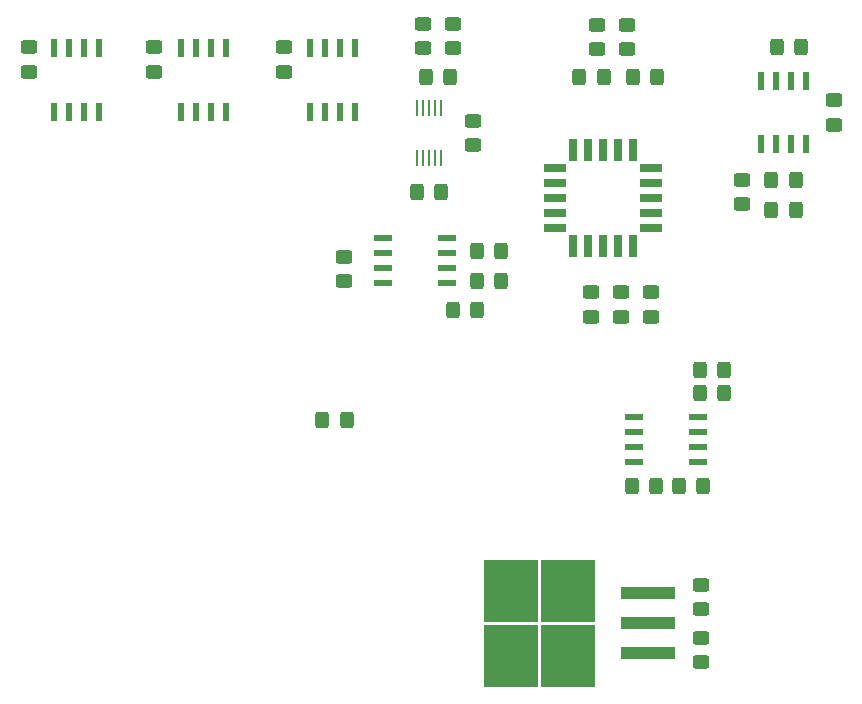
<source format=gtp>
G04 #@! TF.GenerationSoftware,KiCad,Pcbnew,(6.0.1)*
G04 #@! TF.CreationDate,2022-01-24T21:39:17-03:00*
G04 #@! TF.ProjectId,ice-adq,6963652d-6164-4712-9e6b-696361645f70,1.0*
G04 #@! TF.SameCoordinates,Original*
G04 #@! TF.FileFunction,Paste,Top*
G04 #@! TF.FilePolarity,Positive*
%FSLAX46Y46*%
G04 Gerber Fmt 4.6, Leading zero omitted, Abs format (unit mm)*
G04 Created by KiCad (PCBNEW (6.0.1)) date 2022-01-24 21:39:17*
%MOMM*%
%LPD*%
G01*
G04 APERTURE LIST*
G04 Aperture macros list*
%AMRoundRect*
0 Rectangle with rounded corners*
0 $1 Rounding radius*
0 $2 $3 $4 $5 $6 $7 $8 $9 X,Y pos of 4 corners*
0 Add a 4 corners polygon primitive as box body*
4,1,4,$2,$3,$4,$5,$6,$7,$8,$9,$2,$3,0*
0 Add four circle primitives for the rounded corners*
1,1,$1+$1,$2,$3*
1,1,$1+$1,$4,$5*
1,1,$1+$1,$6,$7*
1,1,$1+$1,$8,$9*
0 Add four rect primitives between the rounded corners*
20,1,$1+$1,$2,$3,$4,$5,0*
20,1,$1+$1,$4,$5,$6,$7,0*
20,1,$1+$1,$6,$7,$8,$9,0*
20,1,$1+$1,$8,$9,$2,$3,0*%
G04 Aperture macros list end*
%ADD10RoundRect,0.250000X0.450000X-0.325000X0.450000X0.325000X-0.450000X0.325000X-0.450000X-0.325000X0*%
%ADD11RoundRect,0.250000X-0.325000X-0.450000X0.325000X-0.450000X0.325000X0.450000X-0.325000X0.450000X0*%
%ADD12RoundRect,0.250000X-0.450000X0.325000X-0.450000X-0.325000X0.450000X-0.325000X0.450000X0.325000X0*%
%ADD13RoundRect,0.250000X0.325000X0.450000X-0.325000X0.450000X-0.325000X-0.450000X0.325000X-0.450000X0*%
%ADD14R,0.600000X1.550000*%
%ADD15R,1.550000X0.600000*%
%ADD16R,0.280000X1.400000*%
%ADD17R,1.925000X0.700000*%
%ADD18R,0.700000X1.925000*%
%ADD19R,4.600000X1.100000*%
%ADD20R,4.550000X5.250000*%
G04 APERTURE END LIST*
D10*
X94000000Y-122275000D03*
X94000000Y-120225000D03*
X72361208Y-120225000D03*
X72361208Y-122275000D03*
X83000000Y-120225000D03*
X83000000Y-122275000D03*
D11*
X118975000Y-122759266D03*
X121025000Y-122759266D03*
X125525000Y-122759266D03*
X123475000Y-122759266D03*
D12*
X122500000Y-140975000D03*
X122500000Y-143025000D03*
X120000000Y-140975000D03*
X120000000Y-143025000D03*
D11*
X112319021Y-137486867D03*
X110269021Y-137486867D03*
D10*
X99044021Y-140011867D03*
X99044021Y-137961867D03*
D13*
X105978722Y-122730894D03*
X108028722Y-122730894D03*
D10*
X140503722Y-126755894D03*
X140503722Y-124705894D03*
D11*
X135228722Y-133980894D03*
X137278722Y-133980894D03*
D13*
X97225000Y-151750000D03*
X99275000Y-151750000D03*
D12*
X129250000Y-165725000D03*
X129250000Y-167775000D03*
D10*
X110000000Y-126475000D03*
X110000000Y-128525000D03*
X120500000Y-118307149D03*
X120500000Y-120357149D03*
X123018488Y-120357149D03*
X123018488Y-118307149D03*
D12*
X125000000Y-140975000D03*
X125000000Y-143025000D03*
D13*
X112319021Y-139986867D03*
X110269021Y-139986867D03*
X108269021Y-142486867D03*
X110319021Y-142486867D03*
X105225000Y-132500000D03*
X107275000Y-132500000D03*
D12*
X108250000Y-120275000D03*
X108250000Y-118225000D03*
X105750000Y-118225000D03*
X105750000Y-120275000D03*
D13*
X137775000Y-120230894D03*
X135725000Y-120230894D03*
D10*
X132750000Y-131475000D03*
X132750000Y-133525000D03*
D13*
X137278722Y-131480894D03*
X135228722Y-131480894D03*
D14*
X100016208Y-120303661D03*
X98746208Y-120303661D03*
X97476208Y-120303661D03*
X96206208Y-120303661D03*
X96206208Y-125703661D03*
X97476208Y-125703661D03*
X98746208Y-125703661D03*
X100016208Y-125703661D03*
X89016208Y-125703661D03*
X87746208Y-125703661D03*
X86476208Y-125703661D03*
X85206208Y-125703661D03*
X85206208Y-120303661D03*
X86476208Y-120303661D03*
X87746208Y-120303661D03*
X89016208Y-120303661D03*
X78266208Y-120303661D03*
X76996208Y-120303661D03*
X75726208Y-120303661D03*
X74456208Y-120303661D03*
X74456208Y-125703661D03*
X75726208Y-125703661D03*
X76996208Y-125703661D03*
X78266208Y-125703661D03*
D15*
X102344021Y-140141867D03*
X102344021Y-138871867D03*
X102344021Y-137601867D03*
X102344021Y-136331867D03*
X107744021Y-136331867D03*
X107744021Y-137601867D03*
X107744021Y-138871867D03*
X107744021Y-140141867D03*
D16*
X107253722Y-129620894D03*
X106753722Y-129620894D03*
X106253722Y-129620894D03*
X105753722Y-129620894D03*
X105253722Y-129620894D03*
X105253722Y-125340894D03*
X105753722Y-125340894D03*
X106253722Y-125340894D03*
X106753722Y-125340894D03*
X107253722Y-125340894D03*
D14*
X138158722Y-123030894D03*
X136888722Y-123030894D03*
X135618722Y-123030894D03*
X134348722Y-123030894D03*
X134348722Y-128430894D03*
X135618722Y-128430894D03*
X136888722Y-128430894D03*
X138158722Y-128430894D03*
D17*
X125052500Y-133000000D03*
X125052500Y-131730000D03*
X125052500Y-130460000D03*
X125052500Y-134270000D03*
X125052500Y-135540000D03*
D18*
X123540000Y-128947500D03*
X122270000Y-128947500D03*
X121000000Y-128947500D03*
X119730000Y-128947500D03*
X118460000Y-128947500D03*
D17*
X116947500Y-130460000D03*
X116947500Y-131730000D03*
X116947500Y-133000000D03*
X116947500Y-134270000D03*
X116947500Y-135540000D03*
D18*
X118460000Y-137052500D03*
X119730000Y-137052500D03*
X121000000Y-137052500D03*
X122270000Y-137052500D03*
X123540000Y-137052500D03*
D11*
X123425000Y-157359203D03*
X125475000Y-157359203D03*
D13*
X129175000Y-147500000D03*
X131225000Y-147500000D03*
X129425000Y-157400000D03*
X127375000Y-157400000D03*
X129175000Y-149500000D03*
X131225000Y-149500000D03*
D15*
X129016403Y-155289202D03*
X129016403Y-154019202D03*
X129016403Y-152749202D03*
X129016403Y-151479202D03*
X123616403Y-151479202D03*
X123616403Y-152749202D03*
X123616403Y-154019202D03*
X123616403Y-155289202D03*
D10*
X129250000Y-172275000D03*
X129250000Y-170225000D03*
D19*
X124775000Y-171540000D03*
X124775000Y-169000000D03*
X124775000Y-166460000D03*
D20*
X113200000Y-166225000D03*
X118050000Y-171775000D03*
X113200000Y-171775000D03*
X118050000Y-166225000D03*
M02*

</source>
